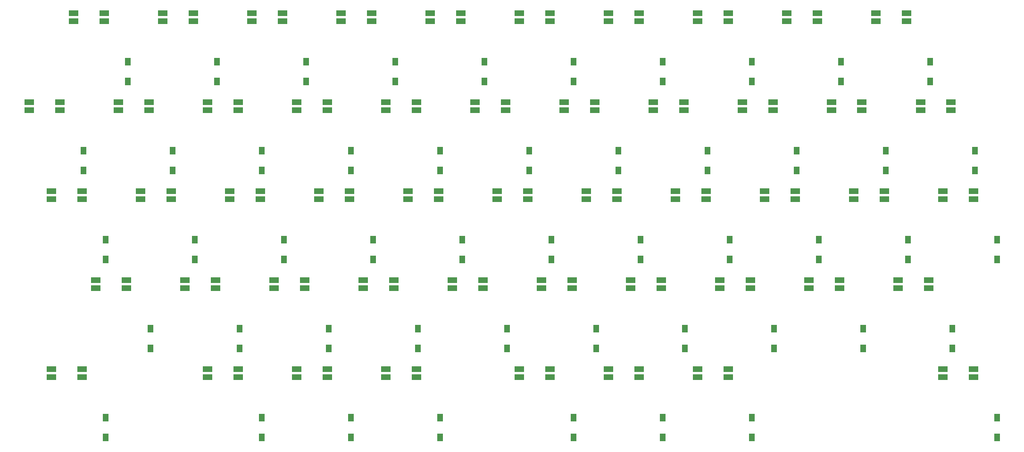
<source format=gbr>
%TF.GenerationSoftware,KiCad,Pcbnew,(5.1.9)-1*%
%TF.CreationDate,2021-02-12T02:56:52+09:00*%
%TF.ProjectId,yuiop50d,7975696f-7035-4306-942e-6b696361645f,rev?*%
%TF.SameCoordinates,Original*%
%TF.FileFunction,Paste,Bot*%
%TF.FilePolarity,Positive*%
%FSLAX46Y46*%
G04 Gerber Fmt 4.6, Leading zero omitted, Abs format (unit mm)*
G04 Created by KiCad (PCBNEW (5.1.9)-1) date 2021-02-12 02:56:52*
%MOMM*%
%LPD*%
G01*
G04 APERTURE LIST*
%ADD10R,1.000000X1.400000*%
%ADD11R,1.700000X1.000000*%
G04 APERTURE END LIST*
D10*
%TO.C,D1*%
X74000000Y-87275000D03*
X74000000Y-83725000D03*
%TD*%
%TO.C,D2*%
X90000000Y-83725000D03*
X90000000Y-87275000D03*
%TD*%
%TO.C,D3*%
X106000000Y-87275000D03*
X106000000Y-83725000D03*
%TD*%
%TO.C,D4*%
X122000000Y-83725000D03*
X122000000Y-87275000D03*
%TD*%
%TO.C,D5*%
X138000000Y-87275000D03*
X138000000Y-83725000D03*
%TD*%
%TO.C,D6*%
X154000000Y-83725000D03*
X154000000Y-87275000D03*
%TD*%
%TO.C,D7*%
X170000000Y-87275000D03*
X170000000Y-83725000D03*
%TD*%
%TO.C,D8*%
X186000000Y-83725000D03*
X186000000Y-87275000D03*
%TD*%
%TO.C,D9*%
X202000000Y-87275000D03*
X202000000Y-83725000D03*
%TD*%
%TO.C,D10*%
X218000000Y-83725000D03*
X218000000Y-87275000D03*
%TD*%
%TO.C,D11*%
X66000000Y-99725000D03*
X66000000Y-103275000D03*
%TD*%
%TO.C,D12*%
X82000000Y-103275000D03*
X82000000Y-99725000D03*
%TD*%
%TO.C,D13*%
X98000000Y-99725000D03*
X98000000Y-103275000D03*
%TD*%
%TO.C,D14*%
X114000000Y-103275000D03*
X114000000Y-99725000D03*
%TD*%
%TO.C,D15*%
X130000000Y-103275000D03*
X130000000Y-99725000D03*
%TD*%
%TO.C,D16*%
X146000000Y-99725000D03*
X146000000Y-103275000D03*
%TD*%
%TO.C,D17*%
X162000000Y-103275000D03*
X162000000Y-99725000D03*
%TD*%
%TO.C,D18*%
X178000000Y-99725000D03*
X178000000Y-103275000D03*
%TD*%
%TO.C,D19*%
X194000000Y-103275000D03*
X194000000Y-99725000D03*
%TD*%
%TO.C,D20*%
X210000000Y-103275000D03*
X210000000Y-99725000D03*
%TD*%
%TO.C,D21*%
X226000000Y-99725000D03*
X226000000Y-103275000D03*
%TD*%
%TO.C,D22*%
X70000000Y-119275000D03*
X70000000Y-115725000D03*
%TD*%
%TO.C,D23*%
X86000000Y-115725000D03*
X86000000Y-119275000D03*
%TD*%
%TO.C,D24*%
X102000000Y-119275000D03*
X102000000Y-115725000D03*
%TD*%
%TO.C,D25*%
X118000000Y-115725000D03*
X118000000Y-119275000D03*
%TD*%
%TO.C,D26*%
X134000000Y-119275000D03*
X134000000Y-115725000D03*
%TD*%
%TO.C,D27*%
X150000000Y-115725000D03*
X150000000Y-119275000D03*
%TD*%
%TO.C,D28*%
X166000000Y-119275000D03*
X166000000Y-115725000D03*
%TD*%
%TO.C,D29*%
X182000000Y-119275000D03*
X182000000Y-115725000D03*
%TD*%
%TO.C,D30*%
X198000000Y-115725000D03*
X198000000Y-119275000D03*
%TD*%
%TO.C,D31*%
X214000000Y-119275000D03*
X214000000Y-115725000D03*
%TD*%
%TO.C,D32*%
X230000000Y-115725000D03*
X230000000Y-119275000D03*
%TD*%
%TO.C,D33*%
X78000000Y-131725000D03*
X78000000Y-135275000D03*
%TD*%
%TO.C,D34*%
X94000000Y-131725000D03*
X94000000Y-135275000D03*
%TD*%
%TO.C,D35*%
X110000000Y-135275000D03*
X110000000Y-131725000D03*
%TD*%
%TO.C,D36*%
X126000000Y-135275000D03*
X126000000Y-131725000D03*
%TD*%
%TO.C,D37*%
X142000000Y-131725000D03*
X142000000Y-135275000D03*
%TD*%
%TO.C,D38*%
X158000000Y-131725000D03*
X158000000Y-135275000D03*
%TD*%
%TO.C,D39*%
X174000000Y-131725000D03*
X174000000Y-135275000D03*
%TD*%
%TO.C,D40*%
X190000000Y-131725000D03*
X190000000Y-135275000D03*
%TD*%
%TO.C,D41*%
X206000000Y-135275000D03*
X206000000Y-131725000D03*
%TD*%
%TO.C,D42*%
X222000000Y-135275000D03*
X222000000Y-131725000D03*
%TD*%
%TO.C,D43*%
X70000000Y-151275000D03*
X70000000Y-147725000D03*
%TD*%
%TO.C,D44*%
X98000000Y-147725000D03*
X98000000Y-151275000D03*
%TD*%
%TO.C,D45*%
X114000000Y-147725000D03*
X114000000Y-151275000D03*
%TD*%
%TO.C,D46*%
X130000000Y-151275000D03*
X130000000Y-147725000D03*
%TD*%
%TO.C,D47*%
X154000000Y-151275000D03*
X154000000Y-147725000D03*
%TD*%
%TO.C,D48*%
X170000000Y-147725000D03*
X170000000Y-151275000D03*
%TD*%
%TO.C,D49*%
X186000000Y-147725000D03*
X186000000Y-151275000D03*
%TD*%
%TO.C,D50*%
X230000000Y-151275000D03*
X230000000Y-147725000D03*
%TD*%
D11*
%TO.C,LED1*%
X69750000Y-76440000D03*
X69750000Y-75040000D03*
X64250000Y-76440000D03*
X64250000Y-75040000D03*
%TD*%
%TO.C,LED2*%
X80250000Y-75040000D03*
X80250000Y-76440000D03*
X85750000Y-75040000D03*
X85750000Y-76440000D03*
%TD*%
%TO.C,LED3*%
X101750000Y-76440000D03*
X101750000Y-75040000D03*
X96250000Y-76440000D03*
X96250000Y-75040000D03*
%TD*%
%TO.C,LED4*%
X112250000Y-75040000D03*
X112250000Y-76440000D03*
X117750000Y-75040000D03*
X117750000Y-76440000D03*
%TD*%
%TO.C,LED5*%
X133750000Y-76440000D03*
X133750000Y-75040000D03*
X128250000Y-76440000D03*
X128250000Y-75040000D03*
%TD*%
%TO.C,LED6*%
X144250000Y-75040000D03*
X144250000Y-76440000D03*
X149750000Y-75040000D03*
X149750000Y-76440000D03*
%TD*%
%TO.C,LED7*%
X165750000Y-76440000D03*
X165750000Y-75040000D03*
X160250000Y-76440000D03*
X160250000Y-75040000D03*
%TD*%
%TO.C,LED8*%
X176250000Y-75040000D03*
X176250000Y-76440000D03*
X181750000Y-75040000D03*
X181750000Y-76440000D03*
%TD*%
%TO.C,LED9*%
X197750000Y-76440000D03*
X197750000Y-75040000D03*
X192250000Y-76440000D03*
X192250000Y-75040000D03*
%TD*%
%TO.C,LED10*%
X208250000Y-75040000D03*
X208250000Y-76440000D03*
X213750000Y-75040000D03*
X213750000Y-76440000D03*
%TD*%
%TO.C,LED11*%
X221750000Y-92440000D03*
X221750000Y-91040000D03*
X216250000Y-92440000D03*
X216250000Y-91040000D03*
%TD*%
%TO.C,LED12*%
X200250000Y-91040000D03*
X200250000Y-92440000D03*
X205750000Y-91040000D03*
X205750000Y-92440000D03*
%TD*%
%TO.C,LED13*%
X189750000Y-92440000D03*
X189750000Y-91040000D03*
X184250000Y-92440000D03*
X184250000Y-91040000D03*
%TD*%
%TO.C,LED14*%
X168250000Y-91040000D03*
X168250000Y-92440000D03*
X173750000Y-91040000D03*
X173750000Y-92440000D03*
%TD*%
%TO.C,LED15*%
X157750000Y-92440000D03*
X157750000Y-91040000D03*
X152250000Y-92440000D03*
X152250000Y-91040000D03*
%TD*%
%TO.C,LED16*%
X136250000Y-91040000D03*
X136250000Y-92440000D03*
X141750000Y-91040000D03*
X141750000Y-92440000D03*
%TD*%
%TO.C,LED17*%
X125750000Y-92440000D03*
X125750000Y-91040000D03*
X120250000Y-92440000D03*
X120250000Y-91040000D03*
%TD*%
%TO.C,LED18*%
X104250000Y-91040000D03*
X104250000Y-92440000D03*
X109750000Y-91040000D03*
X109750000Y-92440000D03*
%TD*%
%TO.C,LED19*%
X93750000Y-92440000D03*
X93750000Y-91040000D03*
X88250000Y-92440000D03*
X88250000Y-91040000D03*
%TD*%
%TO.C,LED20*%
X72250000Y-91040000D03*
X72250000Y-92440000D03*
X77750000Y-91040000D03*
X77750000Y-92440000D03*
%TD*%
%TO.C,LED21*%
X61750000Y-92440000D03*
X61750000Y-91040000D03*
X56250000Y-92440000D03*
X56250000Y-91040000D03*
%TD*%
%TO.C,LED22*%
X60250000Y-107040000D03*
X60250000Y-108440000D03*
X65750000Y-107040000D03*
X65750000Y-108440000D03*
%TD*%
%TO.C,LED23*%
X81750000Y-108440000D03*
X81750000Y-107040000D03*
X76250000Y-108440000D03*
X76250000Y-107040000D03*
%TD*%
%TO.C,LED24*%
X92250000Y-107040000D03*
X92250000Y-108440000D03*
X97750000Y-107040000D03*
X97750000Y-108440000D03*
%TD*%
%TO.C,LED25*%
X108250000Y-107040000D03*
X108250000Y-108440000D03*
X113750000Y-107040000D03*
X113750000Y-108440000D03*
%TD*%
%TO.C,LED26*%
X124250000Y-107040000D03*
X124250000Y-108440000D03*
X129750000Y-107040000D03*
X129750000Y-108440000D03*
%TD*%
%TO.C,LED27*%
X145750000Y-108440000D03*
X145750000Y-107040000D03*
X140250000Y-108440000D03*
X140250000Y-107040000D03*
%TD*%
%TO.C,LED28*%
X161750000Y-108440000D03*
X161750000Y-107040000D03*
X156250000Y-108440000D03*
X156250000Y-107040000D03*
%TD*%
%TO.C,LED29*%
X172250000Y-107040000D03*
X172250000Y-108440000D03*
X177750000Y-107040000D03*
X177750000Y-108440000D03*
%TD*%
%TO.C,LED30*%
X188250000Y-107040000D03*
X188250000Y-108440000D03*
X193750000Y-107040000D03*
X193750000Y-108440000D03*
%TD*%
%TO.C,LED31*%
X209750000Y-108440000D03*
X209750000Y-107040000D03*
X204250000Y-108440000D03*
X204250000Y-107040000D03*
%TD*%
%TO.C,LED32*%
X225750000Y-108440000D03*
X225750000Y-107040000D03*
X220250000Y-108440000D03*
X220250000Y-107040000D03*
%TD*%
%TO.C,LED33*%
X212250000Y-123040000D03*
X212250000Y-124440000D03*
X217750000Y-123040000D03*
X217750000Y-124440000D03*
%TD*%
%TO.C,LED34*%
X196250000Y-123040000D03*
X196250000Y-124440000D03*
X201750000Y-123040000D03*
X201750000Y-124440000D03*
%TD*%
%TO.C,LED35*%
X185750000Y-124440000D03*
X185750000Y-123040000D03*
X180250000Y-124440000D03*
X180250000Y-123040000D03*
%TD*%
%TO.C,LED36*%
X164250000Y-123040000D03*
X164250000Y-124440000D03*
X169750000Y-123040000D03*
X169750000Y-124440000D03*
%TD*%
%TO.C,LED37*%
X148250000Y-123040000D03*
X148250000Y-124440000D03*
X153750000Y-123040000D03*
X153750000Y-124440000D03*
%TD*%
%TO.C,LED38*%
X137750000Y-124440000D03*
X137750000Y-123040000D03*
X132250000Y-124440000D03*
X132250000Y-123040000D03*
%TD*%
%TO.C,LED39*%
X121750000Y-124440000D03*
X121750000Y-123040000D03*
X116250000Y-124440000D03*
X116250000Y-123040000D03*
%TD*%
%TO.C,LED40*%
X105750000Y-124440000D03*
X105750000Y-123040000D03*
X100250000Y-124440000D03*
X100250000Y-123040000D03*
%TD*%
%TO.C,LED41*%
X84250000Y-123040000D03*
X84250000Y-124440000D03*
X89750000Y-123040000D03*
X89750000Y-124440000D03*
%TD*%
%TO.C,LED42*%
X73750000Y-124440000D03*
X73750000Y-123040000D03*
X68250000Y-124440000D03*
X68250000Y-123040000D03*
%TD*%
%TO.C,LED43*%
X65750000Y-140440000D03*
X65750000Y-139040000D03*
X60250000Y-140440000D03*
X60250000Y-139040000D03*
%TD*%
%TO.C,LED44*%
X88250000Y-139040000D03*
X88250000Y-140440000D03*
X93750000Y-139040000D03*
X93750000Y-140440000D03*
%TD*%
%TO.C,LED45*%
X104250000Y-139040000D03*
X104250000Y-140440000D03*
X109750000Y-139040000D03*
X109750000Y-140440000D03*
%TD*%
%TO.C,LED46*%
X125750000Y-140440000D03*
X125750000Y-139040000D03*
X120250000Y-140440000D03*
X120250000Y-139040000D03*
%TD*%
%TO.C,LED47*%
X149750000Y-140440000D03*
X149750000Y-139040000D03*
X144250000Y-140440000D03*
X144250000Y-139040000D03*
%TD*%
%TO.C,LED48*%
X165750000Y-140440000D03*
X165750000Y-139040000D03*
X160250000Y-140440000D03*
X160250000Y-139040000D03*
%TD*%
%TO.C,LED49*%
X176250000Y-139040000D03*
X176250000Y-140440000D03*
X181750000Y-139040000D03*
X181750000Y-140440000D03*
%TD*%
%TO.C,LED50*%
X220250000Y-139040000D03*
X220250000Y-140440000D03*
X225750000Y-139040000D03*
X225750000Y-140440000D03*
%TD*%
M02*

</source>
